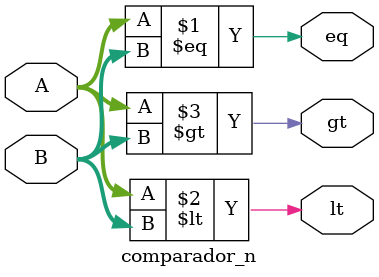
<source format=v>
module comparador_n #(
  parameter N = 8
) (
  input [N-1:0] A,
  input [N-1:0] B,

  output eq,
  output gt,
  output lt
 
);
  assign eq = A == B;
  assign lt = A < B;
  assign gt = A > B;
endmodule
</source>
